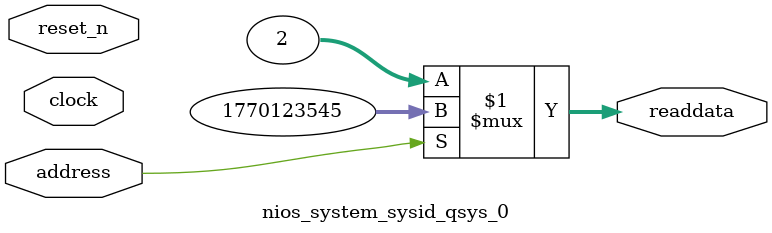
<source format=v>



// synthesis translate_off
`timescale 1ns / 1ps
// synthesis translate_on

// turn off superfluous verilog processor warnings 
// altera message_level Level1 
// altera message_off 10034 10035 10036 10037 10230 10240 10030 

module nios_system_sysid_qsys_0 (
               // inputs:
                address,
                clock,
                reset_n,

               // outputs:
                readdata
             )
;

  output  [ 31: 0] readdata;
  input            address;
  input            clock;
  input            reset_n;

  wire    [ 31: 0] readdata;
  //control_slave, which is an e_avalon_slave
  assign readdata = address ? 1770123545 : 2;

endmodule



</source>
